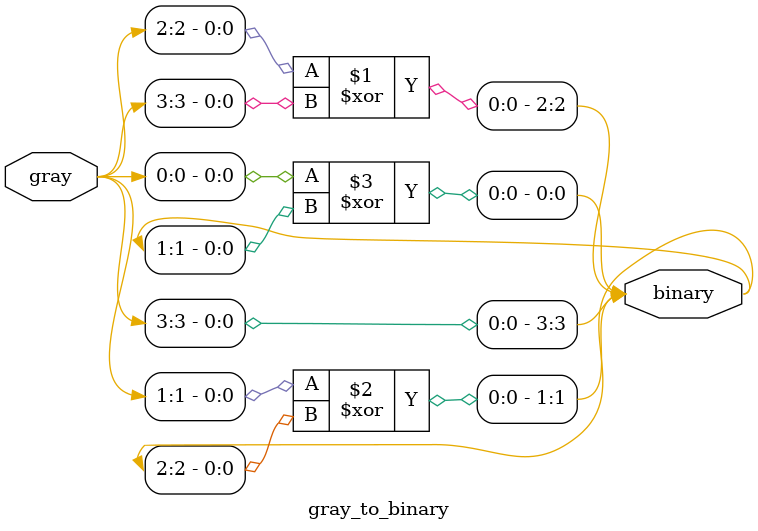
<source format=v>
`timescale 1ns / 1ps

module gray_to_binary(    input [3:0] gray,
    output [3:0] binary
);
    
        assign binary[3]= gray[3];
        assign binary[2]= gray[2]^binary[3];
        assign binary[1]= gray[1]^binary[2];
        assign binary[0]= gray[0]^binary[1];

endmodule

</source>
